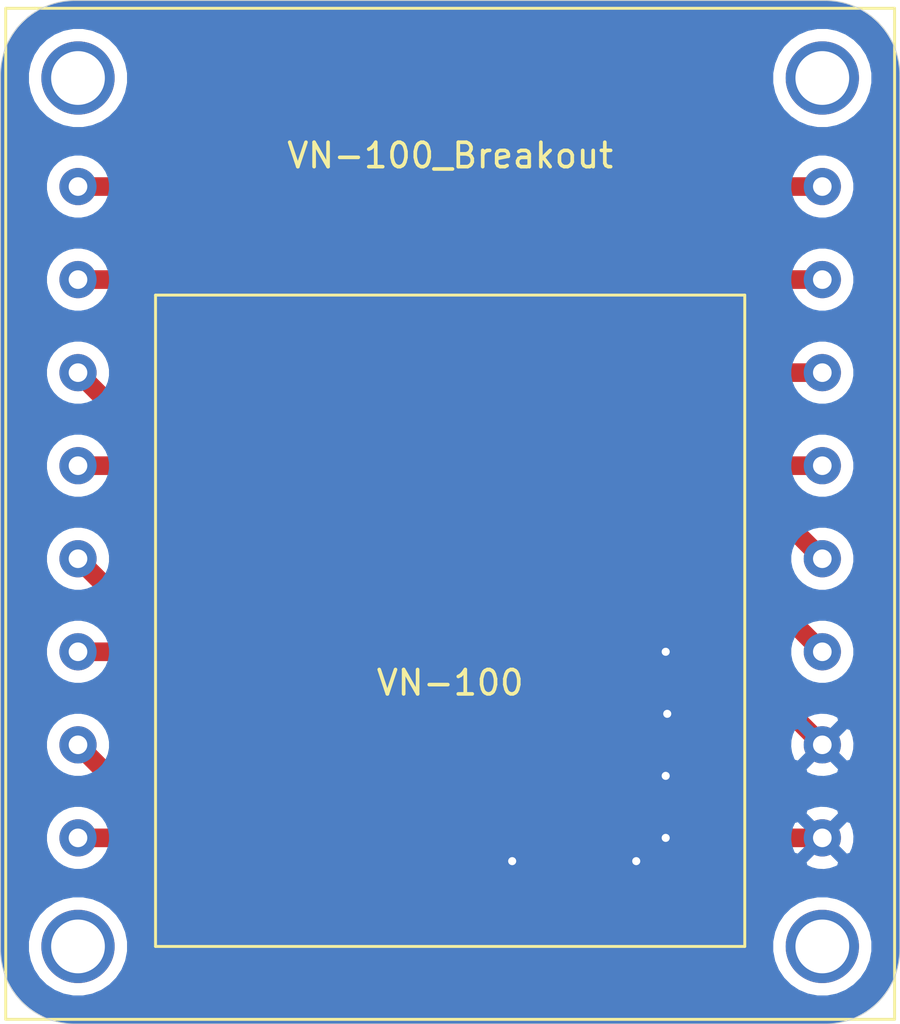
<source format=kicad_pcb>
(kicad_pcb (version 20171130) (host pcbnew "(5.1.9)-1")

  (general
    (thickness 1.6002)
    (drawings 9)
    (tracks 60)
    (zones 0)
    (modules 2)
    (nets 26)
  )

  (page A4)
  (layers
    (0 Front signal)
    (1 In1.Cu signal)
    (2 In2.Cu signal)
    (31 Back signal)
    (34 B.Paste user)
    (35 F.Paste user)
    (36 B.SilkS user)
    (37 F.SilkS user)
    (38 B.Mask user)
    (39 F.Mask user)
    (44 Edge.Cuts user)
    (45 Margin user)
    (46 B.CrtYd user)
    (47 F.CrtYd user)
    (49 F.Fab user)
  )

  (setup
    (last_trace_width 0.254)
    (user_trace_width 0.127)
    (user_trace_width 0.254)
    (user_trace_width 0.508)
    (user_trace_width 0.762)
    (trace_clearance 0.127)
    (zone_clearance 0.508)
    (zone_45_only no)
    (trace_min 0.0889)
    (via_size 0.6858)
    (via_drill 0.3302)
    (via_min_size 0.45)
    (via_min_drill 0.2)
    (user_via 0.6858 0.3302)
    (user_via 0.889 0.381)
    (uvia_size 0.6858)
    (uvia_drill 0.3302)
    (uvias_allowed no)
    (uvia_min_size 0.2)
    (uvia_min_drill 0.1)
    (edge_width 0.0381)
    (segment_width 0.254)
    (pcb_text_width 0.3048)
    (pcb_text_size 1.524 1.524)
    (mod_edge_width 0.1524)
    (mod_text_size 0.8128 0.8128)
    (mod_text_width 0.1524)
    (pad_size 1.524 1.524)
    (pad_drill 0.762)
    (pad_to_mask_clearance 0)
    (solder_mask_min_width 0.1016)
    (aux_axis_origin 0 0)
    (grid_origin 153.67 104.14)
    (visible_elements 7FFFFFFF)
    (pcbplotparams
      (layerselection 0x010fc_ffffffff)
      (usegerberextensions false)
      (usegerberattributes true)
      (usegerberadvancedattributes true)
      (creategerberjobfile true)
      (excludeedgelayer true)
      (linewidth 0.100000)
      (plotframeref false)
      (viasonmask false)
      (mode 1)
      (useauxorigin false)
      (hpglpennumber 1)
      (hpglpenspeed 20)
      (hpglpendiameter 15.000000)
      (psnegative false)
      (psa4output false)
      (plotreference true)
      (plotvalue true)
      (plotinvisibletext false)
      (padsonsilk false)
      (subtractmaskfromsilk false)
      (outputformat 1)
      (mirror false)
      (drillshape 0)
      (scaleselection 1)
      (outputdirectory ""))
  )

  (net 0 "")
  (net 1 /SPI_MOSI)
  (net 2 /NRST)
  (net 3 /SYNC_IN)
  (net 4 /SPI_SCK)
  (net 5 /TX1)
  (net 6 /SPI_MISO)
  (net 7 /SPI_CS)
  (net 8 /RX1)
  (net 9 /Enable)
  (net 10 /Vin)
  (net 11 /SYNC_OUT)
  (net 12 /Restore)
  (net 13 /GND)
  (net 14 /TX2)
  (net 15 /RX2)
  (net 16 "Net-(U2-Pad8)")
  (net 17 "Net-(U2-Pad20)")
  (net 18 "Net-(U2-Pad18)")
  (net 19 "Net-(U2-Pad24)")
  (net 20 "Net-(U2-Pad25)")
  (net 21 "Net-(U2-Pad26)")
  (net 22 "Net-(U2-Pad27)")
  (net 23 "Net-(U2-Pad29)")
  (net 24 "Net-(U2-Pad15)")
  (net 25 "Net-(U2-Pad14)")

  (net_class Default "This is the default net class."
    (clearance 0.127)
    (trace_width 0.254)
    (via_dia 0.6858)
    (via_drill 0.3302)
    (uvia_dia 0.6858)
    (uvia_drill 0.3302)
    (diff_pair_width 0.1524)
    (diff_pair_gap 0.254)
    (add_net /Enable)
    (add_net /GND)
    (add_net /NRST)
    (add_net /RX1)
    (add_net /RX2)
    (add_net /Restore)
    (add_net /SPI_CS)
    (add_net /SPI_MISO)
    (add_net /SPI_MOSI)
    (add_net /SPI_SCK)
    (add_net /SYNC_IN)
    (add_net /SYNC_OUT)
    (add_net /TX1)
    (add_net /TX2)
    (add_net /Vin)
    (add_net "Net-(U2-Pad14)")
    (add_net "Net-(U2-Pad15)")
    (add_net "Net-(U2-Pad18)")
    (add_net "Net-(U2-Pad20)")
    (add_net "Net-(U2-Pad24)")
    (add_net "Net-(U2-Pad25)")
    (add_net "Net-(U2-Pad26)")
    (add_net "Net-(U2-Pad27)")
    (add_net "Net-(U2-Pad29)")
    (add_net "Net-(U2-Pad8)")
  )

  (module PayloadFootprints:VN-100 (layer Front) (tedit 616A6BBA) (tstamp 6165119A)
    (at 153.67 104.14)
    (path /6163C870)
    (fp_text reference U2 (at 0 -3.81) (layer F.SilkS) hide
      (effects (font (size 1 1) (thickness 0.15)))
    )
    (fp_text value VN-100 (at 0 2.54) (layer F.SilkS)
      (effects (font (size 1 1) (thickness 0.15)))
    )
    (fp_poly (pts (xy 0.2 0.2) (xy -0.2 0.2) (xy -0.2 -0.2) (xy 0.2 -0.2)) (layer F.CrtYd) (width 0.1))
    (fp_line (start -12.065 -13.335) (end 12.065 -13.335) (layer F.SilkS) (width 0.12))
    (fp_line (start 12.065 -13.335) (end 12.065 13.335) (layer F.SilkS) (width 0.12))
    (fp_line (start 12.065 13.335) (end -12.065 13.335) (layer F.SilkS) (width 0.12))
    (fp_line (start -12.065 13.335) (end -12.065 -13.335) (layer F.SilkS) (width 0.12))
    (pad 16 smd rect (at -10.287 -8.89 90) (size 1.143 2.54) (layers Front F.Paste F.Mask)
      (net 4 /SPI_SCK))
    (pad 8 smd rect (at 10.287 -8.89 90) (size 1.143 2.54) (layers Front F.Paste F.Mask)
      (net 16 "Net-(U2-Pad8)"))
    (pad 1 smd rect (at 10.287 8.89 90) (size 1.143 2.54) (layers Front F.Paste F.Mask)
      (net 13 /GND))
    (pad 2 smd rect (at 10.287 6.35 90) (size 1.143 2.54) (layers Front F.Paste F.Mask)
      (net 13 /GND))
    (pad 3 smd rect (at 10.287 3.81 90) (size 1.143 2.54) (layers Front F.Paste F.Mask)
      (net 13 /GND))
    (pad 4 smd rect (at 10.287 1.27 90) (size 1.143 2.54) (layers Front F.Paste F.Mask)
      (net 13 /GND))
    (pad 5 smd rect (at 10.287 -1.27 90) (size 1.143 2.54) (layers Front F.Paste F.Mask)
      (net 15 /RX2))
    (pad 6 smd rect (at 10.287 -3.81 90) (size 1.143 2.54) (layers Front F.Paste F.Mask)
      (net 14 /TX2))
    (pad 22 smd rect (at -10.287 6.35 90) (size 1.143 2.54) (layers Front F.Paste F.Mask)
      (net 3 /SYNC_IN))
    (pad 23 smd rect (at -10.287 8.89 90) (size 1.143 2.54) (layers Front F.Paste F.Mask)
      (net 7 /SPI_CS))
    (pad 21 smd rect (at -10.287 3.81 90) (size 1.143 2.54) (layers Front F.Paste F.Mask)
      (net 2 /NRST))
    (pad 20 smd rect (at -10.287 1.27 90) (size 1.143 2.54) (layers Front F.Paste F.Mask)
      (net 17 "Net-(U2-Pad20)"))
    (pad 19 smd rect (at -10.287 -1.27 90) (size 1.143 2.54) (layers Front F.Paste F.Mask)
      (net 6 /SPI_MISO))
    (pad 18 smd rect (at -10.287 -3.81 90) (size 1.143 2.54) (layers Front F.Paste F.Mask)
      (net 18 "Net-(U2-Pad18)"))
    (pad 17 smd rect (at -10.287 -6.35 90) (size 1.143 2.54) (layers Front F.Paste F.Mask)
      (net 1 /SPI_MOSI))
    (pad 7 smd rect (at 10.287 -6.35 90) (size 1.143 2.54) (layers Front F.Paste F.Mask)
      (net 12 /Restore))
    (pad 24 smd rect (at -7.62 11.303 180) (size 1.143 2.54) (layers Front F.Paste F.Mask)
      (net 19 "Net-(U2-Pad24)"))
    (pad 25 smd rect (at -5.08 11.303 180) (size 1.143 2.54) (layers Front F.Paste F.Mask)
      (net 20 "Net-(U2-Pad25)"))
    (pad 26 smd rect (at -2.54 11.303 180) (size 1.143 2.54) (layers Front F.Paste F.Mask)
      (net 21 "Net-(U2-Pad26)"))
    (pad 27 smd rect (at 0 11.303 180) (size 1.143 2.54) (layers Front F.Paste F.Mask)
      (net 22 "Net-(U2-Pad27)"))
    (pad 28 smd rect (at 2.54 11.303 180) (size 1.143 2.54) (layers Front F.Paste F.Mask)
      (net 13 /GND))
    (pad 29 smd rect (at 5.08 11.303 180) (size 1.143 2.54) (layers Front F.Paste F.Mask)
      (net 23 "Net-(U2-Pad29)"))
    (pad 15 smd rect (at -7.62 -11.303) (size 1.143 2.54) (layers Front F.Paste F.Mask)
      (net 24 "Net-(U2-Pad15)"))
    (pad 14 smd rect (at -5.08 -11.303) (size 1.143 2.54) (layers Front F.Paste F.Mask)
      (net 25 "Net-(U2-Pad14)"))
    (pad 13 smd rect (at -2.54 -11.303) (size 1.143 2.54) (layers Front F.Paste F.Mask)
      (net 8 /RX1))
    (pad 12 smd rect (at 0 -11.303) (size 1.143 2.54) (layers Front F.Paste F.Mask)
      (net 5 /TX1))
    (pad 11 smd rect (at 2.54 -11.303) (size 1.143 2.54) (layers Front F.Paste F.Mask)
      (net 9 /Enable))
    (pad 10 smd rect (at 5.08 -11.303) (size 1.143 2.54) (layers Front F.Paste F.Mask)
      (net 10 /Vin))
    (pad 30 smd rect (at 7.62 11.303) (size 1.143 2.54) (layers Front F.Paste F.Mask)
      (net 13 /GND))
    (pad 9 smd rect (at 7.62 -11.303) (size 1.143 2.54) (layers Front F.Paste F.Mask)
      (net 11 /SYNC_OUT))
    (model "C:/Users/raidr/Documents/Programming/LBR/Payload-2022-Electrical/PCB/Library/Step Files/vn100_smd.step"
      (offset (xyz -11 -12 1))
      (scale (xyz 1 1 1))
      (rotate (xyz 0 180 90))
    )
  )

  (module PayloadFootprints:VN-100Breakout (layer Front) (tedit 616A6AF4) (tstamp 616506F3)
    (at 153.67 99.06)
    (path /6163BBA8)
    (fp_text reference U1 (at 0 12.7) (layer F.SilkS) hide
      (effects (font (size 1 1) (thickness 0.15)))
    )
    (fp_text value VN-100_Breakout (at 0 -13.97) (layer F.SilkS)
      (effects (font (size 1 1) (thickness 0.15)))
    )
    (fp_line (start -18.2 -20) (end -17 -20) (layer F.SilkS) (width 0.12))
    (fp_line (start -18.2 21.4) (end -18.2 -20) (layer F.SilkS) (width 0.12))
    (fp_line (start 18.2 21.4) (end -18.2 21.4) (layer F.SilkS) (width 0.12))
    (fp_line (start 18.2 -20) (end 18.2 21.4) (layer F.SilkS) (width 0.12))
    (fp_line (start -17 -20) (end 18.2 -20) (layer F.SilkS) (width 0.12))
    (fp_poly (pts (xy 2 12.3) (xy -1.9 12.3) (xy -1.9 9) (xy 2 9)) (layer F.CrtYd) (width 0.1))
    (pad "" thru_hole circle (at -15.24 18.415) (size 3 3) (drill 2.2) (layers *.Cu *.Mask))
    (pad "" thru_hole circle (at 15.24 18.415) (size 3 3) (drill 2.2) (layers *.Cu *.Mask))
    (pad "" thru_hole circle (at 15.24 -17.145 180) (size 3 3) (drill 2.2) (layers *.Cu *.Mask))
    (pad "" thru_hole circle (at -15.24 -17.145) (size 3 3) (drill 2.2) (layers *.Cu *.Mask))
    (pad 12 thru_hole circle (at 15.24 2.54) (size 1.524 1.524) (drill 0.762) (layers *.Cu *.Mask)
      (net 14 /TX2))
    (pad 11 thru_hole circle (at 15.24 6.35) (size 1.524 1.524) (drill 0.762) (layers *.Cu *.Mask)
      (net 15 /RX2))
    (pad 10 thru_hole circle (at 15.24 10.16) (size 1.524 1.524) (drill 0.762) (layers *.Cu *.Mask)
      (net 13 /GND))
    (pad 9 thru_hole circle (at 15.24 13.97) (size 1.524 1.524) (drill 0.762) (layers *.Cu *.Mask)
      (net 13 /GND))
    (pad 13 thru_hole circle (at 15.24 -1.27) (size 1.524 1.524) (drill 0.762) (layers *.Cu *.Mask)
      (net 12 /Restore))
    (pad 14 thru_hole circle (at 15.24 -5.08) (size 1.524 1.524) (drill 0.762) (layers *.Cu *.Mask)
      (net 11 /SYNC_OUT))
    (pad 15 thru_hole circle (at 15.24 -8.89) (size 1.524 1.524) (drill 0.762) (layers *.Cu *.Mask)
      (net 10 /Vin))
    (pad 16 thru_hole circle (at 15.24 -12.7) (size 1.524 1.524) (drill 0.762) (layers *.Cu *.Mask)
      (net 9 /Enable))
    (pad 1 thru_hole circle (at -15.24 -12.7) (size 1.524 1.524) (drill 0.762) (layers *.Cu *.Mask)
      (net 5 /TX1))
    (pad 8 thru_hole circle (at -15.24 13.97) (size 1.524 1.524) (drill 0.762) (layers *.Cu *.Mask)
      (net 7 /SPI_CS))
    (pad 5 thru_hole circle (at -15.24 2.54) (size 1.524 1.524) (drill 0.762) (layers *.Cu *.Mask)
      (net 6 /SPI_MISO))
    (pad 2 thru_hole circle (at -15.24 -8.89) (size 1.524 1.524) (drill 0.762) (layers *.Cu *.Mask)
      (net 8 /RX1))
    (pad 3 thru_hole circle (at -15.24 -5.08) (size 1.524 1.524) (drill 0.762) (layers *.Cu *.Mask)
      (net 4 /SPI_SCK))
    (pad 7 thru_hole circle (at -15.24 10.16) (size 1.524 1.524) (drill 0.762) (layers *.Cu *.Mask)
      (net 3 /SYNC_IN))
    (pad 6 thru_hole circle (at -15.24 6.35) (size 1.524 1.524) (drill 0.762) (layers *.Cu *.Mask)
      (net 2 /NRST))
    (pad 4 thru_hole circle (at -15.24 -1.27) (size 1.524 1.524) (drill 0.762) (layers *.Cu *.Mask)
      (net 1 /SPI_MOSI))
  )

  (gr_arc (start 169.037 81.788) (end 172.085 81.788) (angle -90) (layer Edge.Cuts) (width 0.0381))
  (gr_arc (start 138.303 81.788) (end 138.303 78.74) (angle -90) (layer Edge.Cuts) (width 0.0381))
  (gr_arc (start 138.303 117.602) (end 135.255 117.602) (angle -90) (layer Edge.Cuts) (width 0.0381))
  (gr_arc (start 169.037 117.602) (end 169.037 120.65) (angle -90) (layer Edge.Cuts) (width 0.0381))
  (gr_line (start 172.085 81.788) (end 172.085 117.602) (layer Edge.Cuts) (width 0.0381))
  (gr_line (start 138.303 78.74) (end 169.037 78.74) (layer Edge.Cuts) (width 0.0381))
  (gr_line (start 135.255 117.602) (end 135.255 81.788) (layer Edge.Cuts) (width 0.0381))
  (gr_line (start 169.037 120.65) (end 138.303 120.65) (layer Edge.Cuts) (width 0.0381))
  (gr_line (start 151.13 93.98) (end 151.13 93.345) (layer Cmts.User) (width 0.1524))

  (segment (start 143.383 97.79) (end 143.383 97.917) (width 0.254) (layer Front) (net 1) (status 30))
  (segment (start 143.383 97.79) (end 138.43 97.79) (width 0.762) (layer Front) (net 1))
  (segment (start 143.129 107.95) (end 143.383 107.95) (width 0.762) (layer Front) (net 2))
  (segment (start 138.43 105.41) (end 140.081 105.41) (width 0.762) (layer Front) (net 2))
  (segment (start 140.081 105.41) (end 140.5255 105.8545) (width 0.762) (layer Front) (net 2))
  (segment (start 140.5255 105.8545) (end 140.5255 107.315) (width 0.762) (layer Front) (net 2))
  (segment (start 141.1605 107.95) (end 143.383 107.95) (width 0.762) (layer Front) (net 2))
  (segment (start 140.5255 107.315) (end 141.1605 107.95) (width 0.762) (layer Front) (net 2))
  (segment (start 139.7 110.49) (end 138.43 109.22) (width 0.762) (layer Front) (net 3))
  (segment (start 143.383 110.49) (end 139.7 110.49) (width 0.762) (layer Front) (net 3))
  (segment (start 139.7 95.25) (end 138.43 93.98) (width 0.762) (layer Front) (net 4))
  (segment (start 143.383 95.25) (end 139.7 95.25) (width 0.762) (layer Front) (net 4))
  (segment (start 152.019 86.36) (end 138.43 86.36) (width 0.762) (layer Front) (net 5))
  (segment (start 153.67 88.011) (end 152.019 86.36) (width 0.762) (layer Front) (net 5))
  (segment (start 153.67 92.837) (end 153.67 88.011) (width 0.762) (layer Front) (net 5))
  (segment (start 139.7 102.87) (end 138.43 101.6) (width 0.762) (layer Front) (net 6))
  (segment (start 143.383 102.87) (end 139.7 102.87) (width 0.762) (layer Front) (net 6))
  (segment (start 138.43 113.03) (end 143.383 113.03) (width 0.762) (layer Front) (net 7))
  (segment (start 151.13 92.837) (end 151.257 92.837) (width 0.254) (layer Front) (net 8) (status 30))
  (segment (start 150.495 90.17) (end 138.43 90.17) (width 0.762) (layer Front) (net 8))
  (segment (start 151.13 90.805) (end 150.495 90.17) (width 0.762) (layer Front) (net 8))
  (segment (start 151.13 92.837) (end 151.13 90.805) (width 0.762) (layer Front) (net 8))
  (segment (start 157.7975 86.36) (end 168.91 86.36) (width 0.762) (layer Front) (net 9))
  (segment (start 156.21 87.9475) (end 157.7975 86.36) (width 0.762) (layer Front) (net 9))
  (segment (start 156.21 92.837) (end 156.21 87.9475) (width 0.762) (layer Front) (net 9))
  (segment (start 158.75 92.1385) (end 158.75 92.837) (width 0.508) (layer Front) (net 10) (status 30))
  (segment (start 158.75 90.805) (end 158.75 92.837) (width 0.762) (layer Front) (net 10))
  (segment (start 159.385 90.17) (end 158.75 90.805) (width 0.762) (layer Front) (net 10))
  (segment (start 168.91 90.17) (end 159.385 90.17) (width 0.762) (layer Front) (net 10))
  (segment (start 161.417 92.964) (end 161.29 92.837) (width 0.254) (layer Front) (net 11) (status 30))
  (segment (start 165.608 92.837) (end 166.751 93.98) (width 0.762) (layer Front) (net 11))
  (segment (start 166.751 93.98) (end 168.91 93.98) (width 0.762) (layer Front) (net 11))
  (segment (start 161.29 92.837) (end 165.608 92.837) (width 0.762) (layer Front) (net 11))
  (segment (start 163.957 97.917) (end 163.957 97.79) (width 0.254) (layer Front) (net 12) (status 30))
  (segment (start 165.1 97.79) (end 163.957 97.79) (width 0.254) (layer Front) (net 12) (status 30))
  (segment (start 163.957 97.79) (end 168.91 97.79) (width 0.762) (layer Front) (net 12))
  (via (at 162.4965 105.41) (size 0.6858) (drill 0.3302) (layers Front Back) (net 13))
  (via (at 162.4965 110.49) (size 0.6858) (drill 0.3302) (layers Front Back) (net 13) (tstamp 61650777))
  (via (at 161.29 113.9825) (size 0.6858) (drill 0.3302) (layers Front Back) (net 13))
  (via (at 156.21 113.9825) (size 0.6858) (drill 0.3302) (layers Front Back) (net 13))
  (segment (start 161.29 115.443) (end 161.544 115.443) (width 0.254) (layer Front) (net 13) (status 30))
  (segment (start 162.4965 107.95) (end 162.56 107.95) (width 0.254) (layer Front) (net 13))
  (segment (start 163.957 105.41) (end 165.1 105.41) (width 0.254) (layer Front) (net 13) (status 30))
  (via (at 162.4965 113.03) (size 0.6858) (drill 0.3302) (layers Front Back) (net 13) (tstamp 61650510))
  (via (at 162.56 107.95) (size 0.6858) (drill 0.3302) (layers Front Back) (net 13))
  (segment (start 162.4965 105.41) (end 163.957 105.41) (width 0.254) (layer Front) (net 13) (status 20))
  (segment (start 162.56 107.95) (end 163.957 107.95) (width 0.254) (layer Front) (net 13) (status 20))
  (segment (start 162.4965 110.49) (end 163.957 110.49) (width 0.254) (layer Front) (net 13) (status 20))
  (segment (start 162.4965 113.03) (end 163.957 113.03) (width 0.254) (layer Front) (net 13) (status 20))
  (segment (start 161.29 113.9825) (end 161.29 115.443) (width 0.254) (layer Front) (net 13) (status 20))
  (segment (start 156.21 113.9825) (end 156.21 115.443) (width 0.254) (layer Front) (net 13) (status 20))
  (segment (start 168.91 113.03) (end 163.957 113.03) (width 0.762) (layer Front) (net 13))
  (segment (start 167.64 107.95) (end 168.91 109.22) (width 0.762) (layer Front) (net 13))
  (segment (start 163.957 107.95) (end 167.64 107.95) (width 0.762) (layer Front) (net 13))
  (segment (start 165.1 100.33) (end 163.957 100.33) (width 0.254) (layer Front) (net 14) (status 30))
  (segment (start 167.64 100.33) (end 168.91 101.6) (width 0.762) (layer Front) (net 14))
  (segment (start 163.957 100.33) (end 167.64 100.33) (width 0.762) (layer Front) (net 14))
  (segment (start 164.846 102.87) (end 163.957 102.87) (width 0.254) (layer Front) (net 15) (status 30))
  (segment (start 166.37 102.87) (end 168.91 105.41) (width 0.762) (layer Front) (net 15))
  (segment (start 163.957 102.87) (end 166.37 102.87) (width 0.762) (layer Front) (net 15))

  (zone (net 13) (net_name /GND) (layer Back) (tstamp 61650C87) (hatch edge 0.508)
    (connect_pads (clearance 0.508))
    (min_thickness 0.254)
    (fill yes (arc_segments 32) (thermal_gap 0.508) (thermal_bridge_width 0.508) (smoothing fillet) (radius 3))
    (polygon
      (pts
        (xy 172.085 120.65) (xy 135.255 120.65) (xy 135.255 78.74) (xy 172.085 78.74)
      )
    )
    (filled_polygon
      (pts
        (xy 169.406646 78.885263) (xy 169.724266 78.939228) (xy 170.033818 79.028409) (xy 170.331468 79.1517) (xy 170.613421 79.307529)
        (xy 170.876156 79.493951) (xy 171.116376 79.708624) (xy 171.331049 79.948844) (xy 171.517471 80.211579) (xy 171.6733 80.493532)
        (xy 171.796591 80.791182) (xy 171.885772 81.100734) (xy 171.939737 81.418354) (xy 171.958 81.74356) (xy 171.958 117.64644)
        (xy 171.939737 117.971646) (xy 171.885772 118.289266) (xy 171.796591 118.598818) (xy 171.6733 118.896468) (xy 171.517471 119.178421)
        (xy 171.331049 119.441156) (xy 171.116376 119.681376) (xy 170.876156 119.896049) (xy 170.613421 120.082471) (xy 170.331468 120.2383)
        (xy 170.033818 120.361591) (xy 169.724266 120.450772) (xy 169.406646 120.504737) (xy 169.08144 120.523) (xy 138.25856 120.523)
        (xy 137.933354 120.504737) (xy 137.615734 120.450772) (xy 137.306182 120.361591) (xy 137.008532 120.2383) (xy 136.726579 120.082471)
        (xy 136.463844 119.896049) (xy 136.223624 119.681376) (xy 136.008951 119.441156) (xy 135.822529 119.178421) (xy 135.6667 118.896468)
        (xy 135.543409 118.598818) (xy 135.454228 118.289266) (xy 135.400263 117.971646) (xy 135.382 117.64644) (xy 135.382 117.264721)
        (xy 136.295 117.264721) (xy 136.295 117.685279) (xy 136.377047 118.097756) (xy 136.537988 118.486302) (xy 136.771637 118.835983)
        (xy 137.069017 119.133363) (xy 137.418698 119.367012) (xy 137.807244 119.527953) (xy 138.219721 119.61) (xy 138.640279 119.61)
        (xy 139.052756 119.527953) (xy 139.441302 119.367012) (xy 139.790983 119.133363) (xy 140.088363 118.835983) (xy 140.322012 118.486302)
        (xy 140.482953 118.097756) (xy 140.565 117.685279) (xy 140.565 117.264721) (xy 166.775 117.264721) (xy 166.775 117.685279)
        (xy 166.857047 118.097756) (xy 167.017988 118.486302) (xy 167.251637 118.835983) (xy 167.549017 119.133363) (xy 167.898698 119.367012)
        (xy 168.287244 119.527953) (xy 168.699721 119.61) (xy 169.120279 119.61) (xy 169.532756 119.527953) (xy 169.921302 119.367012)
        (xy 170.270983 119.133363) (xy 170.568363 118.835983) (xy 170.802012 118.486302) (xy 170.962953 118.097756) (xy 171.045 117.685279)
        (xy 171.045 117.264721) (xy 170.962953 116.852244) (xy 170.802012 116.463698) (xy 170.568363 116.114017) (xy 170.270983 115.816637)
        (xy 169.921302 115.582988) (xy 169.532756 115.422047) (xy 169.120279 115.34) (xy 168.699721 115.34) (xy 168.287244 115.422047)
        (xy 167.898698 115.582988) (xy 167.549017 115.816637) (xy 167.251637 116.114017) (xy 167.017988 116.463698) (xy 166.857047 116.852244)
        (xy 166.775 117.264721) (xy 140.565 117.264721) (xy 140.482953 116.852244) (xy 140.322012 116.463698) (xy 140.088363 116.114017)
        (xy 139.790983 115.816637) (xy 139.441302 115.582988) (xy 139.052756 115.422047) (xy 138.640279 115.34) (xy 138.219721 115.34)
        (xy 137.807244 115.422047) (xy 137.418698 115.582988) (xy 137.069017 115.816637) (xy 136.771637 116.114017) (xy 136.537988 116.463698)
        (xy 136.377047 116.852244) (xy 136.295 117.264721) (xy 135.382 117.264721) (xy 135.382 112.892408) (xy 137.033 112.892408)
        (xy 137.033 113.167592) (xy 137.086686 113.43749) (xy 137.191995 113.691727) (xy 137.34488 113.920535) (xy 137.539465 114.11512)
        (xy 137.768273 114.268005) (xy 138.02251 114.373314) (xy 138.292408 114.427) (xy 138.567592 114.427) (xy 138.83749 114.373314)
        (xy 139.091727 114.268005) (xy 139.320535 114.11512) (xy 139.44009 113.995565) (xy 168.12404 113.995565) (xy 168.19102 114.235656)
        (xy 168.440048 114.352756) (xy 168.707135 114.419023) (xy 168.982017 114.43191) (xy 169.254133 114.390922) (xy 169.513023 114.297636)
        (xy 169.62898 114.235656) (xy 169.69596 113.995565) (xy 168.91 113.209605) (xy 168.12404 113.995565) (xy 139.44009 113.995565)
        (xy 139.51512 113.920535) (xy 139.668005 113.691727) (xy 139.773314 113.43749) (xy 139.827 113.167592) (xy 139.827 113.102017)
        (xy 167.50809 113.102017) (xy 167.549078 113.374133) (xy 167.642364 113.633023) (xy 167.704344 113.74898) (xy 167.944435 113.81596)
        (xy 168.730395 113.03) (xy 169.089605 113.03) (xy 169.875565 113.81596) (xy 170.115656 113.74898) (xy 170.232756 113.499952)
        (xy 170.299023 113.232865) (xy 170.31191 112.957983) (xy 170.270922 112.685867) (xy 170.177636 112.426977) (xy 170.115656 112.31102)
        (xy 169.875565 112.24404) (xy 169.089605 113.03) (xy 168.730395 113.03) (xy 167.944435 112.24404) (xy 167.704344 112.31102)
        (xy 167.587244 112.560048) (xy 167.520977 112.827135) (xy 167.50809 113.102017) (xy 139.827 113.102017) (xy 139.827 112.892408)
        (xy 139.773314 112.62251) (xy 139.668005 112.368273) (xy 139.51512 112.139465) (xy 139.44009 112.064435) (xy 168.12404 112.064435)
        (xy 168.91 112.850395) (xy 169.69596 112.064435) (xy 169.62898 111.824344) (xy 169.379952 111.707244) (xy 169.112865 111.640977)
        (xy 168.837983 111.62809) (xy 168.565867 111.669078) (xy 168.306977 111.762364) (xy 168.19102 111.824344) (xy 168.12404 112.064435)
        (xy 139.44009 112.064435) (xy 139.320535 111.94488) (xy 139.091727 111.791995) (xy 138.83749 111.686686) (xy 138.567592 111.633)
        (xy 138.292408 111.633) (xy 138.02251 111.686686) (xy 137.768273 111.791995) (xy 137.539465 111.94488) (xy 137.34488 112.139465)
        (xy 137.191995 112.368273) (xy 137.086686 112.62251) (xy 137.033 112.892408) (xy 135.382 112.892408) (xy 135.382 109.082408)
        (xy 137.033 109.082408) (xy 137.033 109.357592) (xy 137.086686 109.62749) (xy 137.191995 109.881727) (xy 137.34488 110.110535)
        (xy 137.539465 110.30512) (xy 137.768273 110.458005) (xy 138.02251 110.563314) (xy 138.292408 110.617) (xy 138.567592 110.617)
        (xy 138.83749 110.563314) (xy 139.091727 110.458005) (xy 139.320535 110.30512) (xy 139.44009 110.185565) (xy 168.12404 110.185565)
        (xy 168.19102 110.425656) (xy 168.440048 110.542756) (xy 168.707135 110.609023) (xy 168.982017 110.62191) (xy 169.254133 110.580922)
        (xy 169.513023 110.487636) (xy 169.62898 110.425656) (xy 169.69596 110.185565) (xy 168.91 109.399605) (xy 168.12404 110.185565)
        (xy 139.44009 110.185565) (xy 139.51512 110.110535) (xy 139.668005 109.881727) (xy 139.773314 109.62749) (xy 139.827 109.357592)
        (xy 139.827 109.292017) (xy 167.50809 109.292017) (xy 167.549078 109.564133) (xy 167.642364 109.823023) (xy 167.704344 109.93898)
        (xy 167.944435 110.00596) (xy 168.730395 109.22) (xy 169.089605 109.22) (xy 169.875565 110.00596) (xy 170.115656 109.93898)
        (xy 170.232756 109.689952) (xy 170.299023 109.422865) (xy 170.31191 109.147983) (xy 170.270922 108.875867) (xy 170.177636 108.616977)
        (xy 170.115656 108.50102) (xy 169.875565 108.43404) (xy 169.089605 109.22) (xy 168.730395 109.22) (xy 167.944435 108.43404)
        (xy 167.704344 108.50102) (xy 167.587244 108.750048) (xy 167.520977 109.017135) (xy 167.50809 109.292017) (xy 139.827 109.292017)
        (xy 139.827 109.082408) (xy 139.773314 108.81251) (xy 139.668005 108.558273) (xy 139.51512 108.329465) (xy 139.44009 108.254435)
        (xy 168.12404 108.254435) (xy 168.91 109.040395) (xy 169.69596 108.254435) (xy 169.62898 108.014344) (xy 169.379952 107.897244)
        (xy 169.112865 107.830977) (xy 168.837983 107.81809) (xy 168.565867 107.859078) (xy 168.306977 107.952364) (xy 168.19102 108.014344)
        (xy 168.12404 108.254435) (xy 139.44009 108.254435) (xy 139.320535 108.13488) (xy 139.091727 107.981995) (xy 138.83749 107.876686)
        (xy 138.567592 107.823) (xy 138.292408 107.823) (xy 138.02251 107.876686) (xy 137.768273 107.981995) (xy 137.539465 108.13488)
        (xy 137.34488 108.329465) (xy 137.191995 108.558273) (xy 137.086686 108.81251) (xy 137.033 109.082408) (xy 135.382 109.082408)
        (xy 135.382 105.272408) (xy 137.033 105.272408) (xy 137.033 105.547592) (xy 137.086686 105.81749) (xy 137.191995 106.071727)
        (xy 137.34488 106.300535) (xy 137.539465 106.49512) (xy 137.768273 106.648005) (xy 138.02251 106.753314) (xy 138.292408 106.807)
        (xy 138.567592 106.807) (xy 138.83749 106.753314) (xy 139.091727 106.648005) (xy 139.320535 106.49512) (xy 139.51512 106.300535)
        (xy 139.668005 106.071727) (xy 139.773314 105.81749) (xy 139.827 105.547592) (xy 139.827 105.272408) (xy 167.513 105.272408)
        (xy 167.513 105.547592) (xy 167.566686 105.81749) (xy 167.671995 106.071727) (xy 167.82488 106.300535) (xy 168.019465 106.49512)
        (xy 168.248273 106.648005) (xy 168.50251 106.753314) (xy 168.772408 106.807) (xy 169.047592 106.807) (xy 169.31749 106.753314)
        (xy 169.571727 106.648005) (xy 169.800535 106.49512) (xy 169.99512 106.300535) (xy 170.148005 106.071727) (xy 170.253314 105.81749)
        (xy 170.307 105.547592) (xy 170.307 105.272408) (xy 170.253314 105.00251) (xy 170.148005 104.748273) (xy 169.99512 104.519465)
        (xy 169.800535 104.32488) (xy 169.571727 104.171995) (xy 169.31749 104.066686) (xy 169.047592 104.013) (xy 168.772408 104.013)
        (xy 168.50251 104.066686) (xy 168.248273 104.171995) (xy 168.019465 104.32488) (xy 167.82488 104.519465) (xy 167.671995 104.748273)
        (xy 167.566686 105.00251) (xy 167.513 105.272408) (xy 139.827 105.272408) (xy 139.773314 105.00251) (xy 139.668005 104.748273)
        (xy 139.51512 104.519465) (xy 139.320535 104.32488) (xy 139.091727 104.171995) (xy 138.83749 104.066686) (xy 138.567592 104.013)
        (xy 138.292408 104.013) (xy 138.02251 104.066686) (xy 137.768273 104.171995) (xy 137.539465 104.32488) (xy 137.34488 104.519465)
        (xy 137.191995 104.748273) (xy 137.086686 105.00251) (xy 137.033 105.272408) (xy 135.382 105.272408) (xy 135.382 101.462408)
        (xy 137.033 101.462408) (xy 137.033 101.737592) (xy 137.086686 102.00749) (xy 137.191995 102.261727) (xy 137.34488 102.490535)
        (xy 137.539465 102.68512) (xy 137.768273 102.838005) (xy 138.02251 102.943314) (xy 138.292408 102.997) (xy 138.567592 102.997)
        (xy 138.83749 102.943314) (xy 139.091727 102.838005) (xy 139.320535 102.68512) (xy 139.51512 102.490535) (xy 139.668005 102.261727)
        (xy 139.773314 102.00749) (xy 139.827 101.737592) (xy 139.827 101.462408) (xy 167.513 101.462408) (xy 167.513 101.737592)
        (xy 167.566686 102.00749) (xy 167.671995 102.261727) (xy 167.82488 102.490535) (xy 168.019465 102.68512) (xy 168.248273 102.838005)
        (xy 168.50251 102.943314) (xy 168.772408 102.997) (xy 169.047592 102.997) (xy 169.31749 102.943314) (xy 169.571727 102.838005)
        (xy 169.800535 102.68512) (xy 169.99512 102.490535) (xy 170.148005 102.261727) (xy 170.253314 102.00749) (xy 170.307 101.737592)
        (xy 170.307 101.462408) (xy 170.253314 101.19251) (xy 170.148005 100.938273) (xy 169.99512 100.709465) (xy 169.800535 100.51488)
        (xy 169.571727 100.361995) (xy 169.31749 100.256686) (xy 169.047592 100.203) (xy 168.772408 100.203) (xy 168.50251 100.256686)
        (xy 168.248273 100.361995) (xy 168.019465 100.51488) (xy 167.82488 100.709465) (xy 167.671995 100.938273) (xy 167.566686 101.19251)
        (xy 167.513 101.462408) (xy 139.827 101.462408) (xy 139.773314 101.19251) (xy 139.668005 100.938273) (xy 139.51512 100.709465)
        (xy 139.320535 100.51488) (xy 139.091727 100.361995) (xy 138.83749 100.256686) (xy 138.567592 100.203) (xy 138.292408 100.203)
        (xy 138.02251 100.256686) (xy 137.768273 100.361995) (xy 137.539465 100.51488) (xy 137.34488 100.709465) (xy 137.191995 100.938273)
        (xy 137.086686 101.19251) (xy 137.033 101.462408) (xy 135.382 101.462408) (xy 135.382 97.652408) (xy 137.033 97.652408)
        (xy 137.033 97.927592) (xy 137.086686 98.19749) (xy 137.191995 98.451727) (xy 137.34488 98.680535) (xy 137.539465 98.87512)
        (xy 137.768273 99.028005) (xy 138.02251 99.133314) (xy 138.292408 99.187) (xy 138.567592 99.187) (xy 138.83749 99.133314)
        (xy 139.091727 99.028005) (xy 139.320535 98.87512) (xy 139.51512 98.680535) (xy 139.668005 98.451727) (xy 139.773314 98.19749)
        (xy 139.827 97.927592) (xy 139.827 97.652408) (xy 167.513 97.652408) (xy 167.513 97.927592) (xy 167.566686 98.19749)
        (xy 167.671995 98.451727) (xy 167.82488 98.680535) (xy 168.019465 98.87512) (xy 168.248273 99.028005) (xy 168.50251 99.133314)
        (xy 168.772408 99.187) (xy 169.047592 99.187) (xy 169.31749 99.133314) (xy 169.571727 99.028005) (xy 169.800535 98.87512)
        (xy 169.99512 98.680535) (xy 170.148005 98.451727) (xy 170.253314 98.19749) (xy 170.307 97.927592) (xy 170.307 97.652408)
        (xy 170.253314 97.38251) (xy 170.148005 97.128273) (xy 169.99512 96.899465) (xy 169.800535 96.70488) (xy 169.571727 96.551995)
        (xy 169.31749 96.446686) (xy 169.047592 96.393) (xy 168.772408 96.393) (xy 168.50251 96.446686) (xy 168.248273 96.551995)
        (xy 168.019465 96.70488) (xy 167.82488 96.899465) (xy 167.671995 97.128273) (xy 167.566686 97.38251) (xy 167.513 97.652408)
        (xy 139.827 97.652408) (xy 139.773314 97.38251) (xy 139.668005 97.128273) (xy 139.51512 96.899465) (xy 139.320535 96.70488)
        (xy 139.091727 96.551995) (xy 138.83749 96.446686) (xy 138.567592 96.393) (xy 138.292408 96.393) (xy 138.02251 96.446686)
        (xy 137.768273 96.551995) (xy 137.539465 96.70488) (xy 137.34488 96.899465) (xy 137.191995 97.128273) (xy 137.086686 97.38251)
        (xy 137.033 97.652408) (xy 135.382 97.652408) (xy 135.382 93.842408) (xy 137.033 93.842408) (xy 137.033 94.117592)
        (xy 137.086686 94.38749) (xy 137.191995 94.641727) (xy 137.34488 94.870535) (xy 137.539465 95.06512) (xy 137.768273 95.218005)
        (xy 138.02251 95.323314) (xy 138.292408 95.377) (xy 138.567592 95.377) (xy 138.83749 95.323314) (xy 139.091727 95.218005)
        (xy 139.320535 95.06512) (xy 139.51512 94.870535) (xy 139.668005 94.641727) (xy 139.773314 94.38749) (xy 139.827 94.117592)
        (xy 139.827 93.842408) (xy 167.513 93.842408) (xy 167.513 94.117592) (xy 167.566686 94.38749) (xy 167.671995 94.641727)
        (xy 167.82488 94.870535) (xy 168.019465 95.06512) (xy 168.248273 95.218005) (xy 168.50251 95.323314) (xy 168.772408 95.377)
        (xy 169.047592 95.377) (xy 169.31749 95.323314) (xy 169.571727 95.218005) (xy 169.800535 95.06512) (xy 169.99512 94.870535)
        (xy 170.148005 94.641727) (xy 170.253314 94.38749) (xy 170.307 94.117592) (xy 170.307 93.842408) (xy 170.253314 93.57251)
        (xy 170.148005 93.318273) (xy 169.99512 93.089465) (xy 169.800535 92.89488) (xy 169.571727 92.741995) (xy 169.31749 92.636686)
        (xy 169.047592 92.583) (xy 168.772408 92.583) (xy 168.50251 92.636686) (xy 168.248273 92.741995) (xy 168.019465 92.89488)
        (xy 167.82488 93.089465) (xy 167.671995 93.318273) (xy 167.566686 93.57251) (xy 167.513 93.842408) (xy 139.827 93.842408)
        (xy 139.773314 93.57251) (xy 139.668005 93.318273) (xy 139.51512 93.089465) (xy 139.320535 92.89488) (xy 139.091727 92.741995)
        (xy 138.83749 92.636686) (xy 138.567592 92.583) (xy 138.292408 92.583) (xy 138.02251 92.636686) (xy 137.768273 92.741995)
        (xy 137.539465 92.89488) (xy 137.34488 93.089465) (xy 137.191995 93.318273) (xy 137.086686 93.57251) (xy 137.033 93.842408)
        (xy 135.382 93.842408) (xy 135.382 90.032408) (xy 137.033 90.032408) (xy 137.033 90.307592) (xy 137.086686 90.57749)
        (xy 137.191995 90.831727) (xy 137.34488 91.060535) (xy 137.539465 91.25512) (xy 137.768273 91.408005) (xy 138.02251 91.513314)
        (xy 138.292408 91.567) (xy 138.567592 91.567) (xy 138.83749 91.513314) (xy 139.091727 91.408005) (xy 139.320535 91.25512)
        (xy 139.51512 91.060535) (xy 139.668005 90.831727) (xy 139.773314 90.57749) (xy 139.827 90.307592) (xy 139.827 90.032408)
        (xy 167.513 90.032408) (xy 167.513 90.307592) (xy 167.566686 90.57749) (xy 167.671995 90.831727) (xy 167.82488 91.060535)
        (xy 168.019465 91.25512) (xy 168.248273 91.408005) (xy 168.50251 91.513314) (xy 168.772408 91.567) (xy 169.047592 91.567)
        (xy 169.31749 91.513314) (xy 169.571727 91.408005) (xy 169.800535 91.25512) (xy 169.99512 91.060535) (xy 170.148005 90.831727)
        (xy 170.253314 90.57749) (xy 170.307 90.307592) (xy 170.307 90.032408) (xy 170.253314 89.76251) (xy 170.148005 89.508273)
        (xy 169.99512 89.279465) (xy 169.800535 89.08488) (xy 169.571727 88.931995) (xy 169.31749 88.826686) (xy 169.047592 88.773)
        (xy 168.772408 88.773) (xy 168.50251 88.826686) (xy 168.248273 88.931995) (xy 168.019465 89.08488) (xy 167.82488 89.279465)
        (xy 167.671995 89.508273) (xy 167.566686 89.76251) (xy 167.513 90.032408) (xy 139.827 90.032408) (xy 139.773314 89.76251)
        (xy 139.668005 89.508273) (xy 139.51512 89.279465) (xy 139.320535 89.08488) (xy 139.091727 88.931995) (xy 138.83749 88.826686)
        (xy 138.567592 88.773) (xy 138.292408 88.773) (xy 138.02251 88.826686) (xy 137.768273 88.931995) (xy 137.539465 89.08488)
        (xy 137.34488 89.279465) (xy 137.191995 89.508273) (xy 137.086686 89.76251) (xy 137.033 90.032408) (xy 135.382 90.032408)
        (xy 135.382 86.222408) (xy 137.033 86.222408) (xy 137.033 86.497592) (xy 137.086686 86.76749) (xy 137.191995 87.021727)
        (xy 137.34488 87.250535) (xy 137.539465 87.44512) (xy 137.768273 87.598005) (xy 138.02251 87.703314) (xy 138.292408 87.757)
        (xy 138.567592 87.757) (xy 138.83749 87.703314) (xy 139.091727 87.598005) (xy 139.320535 87.44512) (xy 139.51512 87.250535)
        (xy 139.668005 87.021727) (xy 139.773314 86.76749) (xy 139.827 86.497592) (xy 139.827 86.222408) (xy 167.513 86.222408)
        (xy 167.513 86.497592) (xy 167.566686 86.76749) (xy 167.671995 87.021727) (xy 167.82488 87.250535) (xy 168.019465 87.44512)
        (xy 168.248273 87.598005) (xy 168.50251 87.703314) (xy 168.772408 87.757) (xy 169.047592 87.757) (xy 169.31749 87.703314)
        (xy 169.571727 87.598005) (xy 169.800535 87.44512) (xy 169.99512 87.250535) (xy 170.148005 87.021727) (xy 170.253314 86.76749)
        (xy 170.307 86.497592) (xy 170.307 86.222408) (xy 170.253314 85.95251) (xy 170.148005 85.698273) (xy 169.99512 85.469465)
        (xy 169.800535 85.27488) (xy 169.571727 85.121995) (xy 169.31749 85.016686) (xy 169.047592 84.963) (xy 168.772408 84.963)
        (xy 168.50251 85.016686) (xy 168.248273 85.121995) (xy 168.019465 85.27488) (xy 167.82488 85.469465) (xy 167.671995 85.698273)
        (xy 167.566686 85.95251) (xy 167.513 86.222408) (xy 139.827 86.222408) (xy 139.773314 85.95251) (xy 139.668005 85.698273)
        (xy 139.51512 85.469465) (xy 139.320535 85.27488) (xy 139.091727 85.121995) (xy 138.83749 85.016686) (xy 138.567592 84.963)
        (xy 138.292408 84.963) (xy 138.02251 85.016686) (xy 137.768273 85.121995) (xy 137.539465 85.27488) (xy 137.34488 85.469465)
        (xy 137.191995 85.698273) (xy 137.086686 85.95251) (xy 137.033 86.222408) (xy 135.382 86.222408) (xy 135.382 81.74356)
        (xy 135.384181 81.704721) (xy 136.295 81.704721) (xy 136.295 82.125279) (xy 136.377047 82.537756) (xy 136.537988 82.926302)
        (xy 136.771637 83.275983) (xy 137.069017 83.573363) (xy 137.418698 83.807012) (xy 137.807244 83.967953) (xy 138.219721 84.05)
        (xy 138.640279 84.05) (xy 139.052756 83.967953) (xy 139.441302 83.807012) (xy 139.790983 83.573363) (xy 140.088363 83.275983)
        (xy 140.322012 82.926302) (xy 140.482953 82.537756) (xy 140.565 82.125279) (xy 140.565 81.704721) (xy 166.775 81.704721)
        (xy 166.775 82.125279) (xy 166.857047 82.537756) (xy 167.017988 82.926302) (xy 167.251637 83.275983) (xy 167.549017 83.573363)
        (xy 167.898698 83.807012) (xy 168.287244 83.967953) (xy 168.699721 84.05) (xy 169.120279 84.05) (xy 169.532756 83.967953)
        (xy 169.921302 83.807012) (xy 170.270983 83.573363) (xy 170.568363 83.275983) (xy 170.802012 82.926302) (xy 170.962953 82.537756)
        (xy 171.045 82.125279) (xy 171.045 81.704721) (xy 170.962953 81.292244) (xy 170.802012 80.903698) (xy 170.568363 80.554017)
        (xy 170.270983 80.256637) (xy 169.921302 80.022988) (xy 169.532756 79.862047) (xy 169.120279 79.78) (xy 168.699721 79.78)
        (xy 168.287244 79.862047) (xy 167.898698 80.022988) (xy 167.549017 80.256637) (xy 167.251637 80.554017) (xy 167.017988 80.903698)
        (xy 166.857047 81.292244) (xy 166.775 81.704721) (xy 140.565 81.704721) (xy 140.482953 81.292244) (xy 140.322012 80.903698)
        (xy 140.088363 80.554017) (xy 139.790983 80.256637) (xy 139.441302 80.022988) (xy 139.052756 79.862047) (xy 138.640279 79.78)
        (xy 138.219721 79.78) (xy 137.807244 79.862047) (xy 137.418698 80.022988) (xy 137.069017 80.256637) (xy 136.771637 80.554017)
        (xy 136.537988 80.903698) (xy 136.377047 81.292244) (xy 136.295 81.704721) (xy 135.384181 81.704721) (xy 135.400263 81.418354)
        (xy 135.454228 81.100734) (xy 135.543409 80.791182) (xy 135.6667 80.493532) (xy 135.822529 80.211579) (xy 136.008951 79.948844)
        (xy 136.223624 79.708624) (xy 136.463844 79.493951) (xy 136.726579 79.307529) (xy 137.008532 79.1517) (xy 137.306182 79.028409)
        (xy 137.615734 78.939228) (xy 137.933354 78.885263) (xy 138.25856 78.867) (xy 169.08144 78.867)
      )
    )
  )
)

</source>
